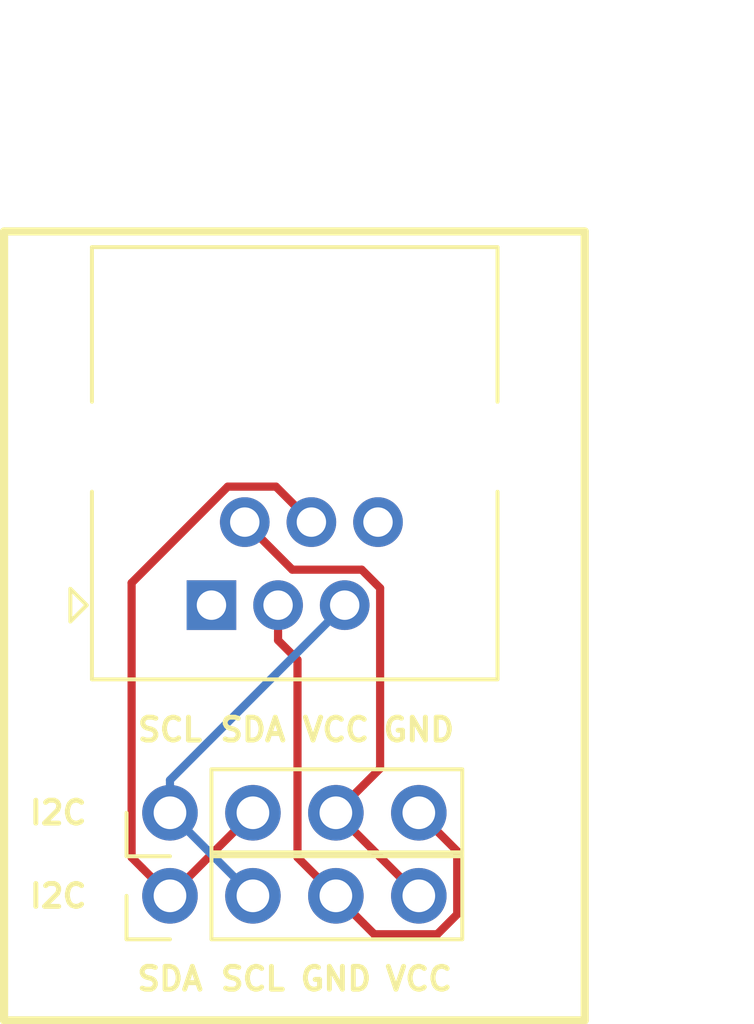
<source format=kicad_pcb>
(kicad_pcb (version 20171130) (host pcbnew 5.1.5+dfsg1-2build2)

  (general
    (thickness 1.6)
    (drawings 16)
    (tracks 27)
    (zones 0)
    (modules 3)
    (nets 5)
  )

  (page A4)
  (layers
    (0 F.Cu signal)
    (31 B.Cu signal)
    (32 B.Adhes user)
    (33 F.Adhes user)
    (34 B.Paste user)
    (35 F.Paste user)
    (36 B.SilkS user)
    (37 F.SilkS user)
    (38 B.Mask user)
    (39 F.Mask user)
    (40 Dwgs.User user)
    (41 Cmts.User user)
    (42 Eco1.User user)
    (43 Eco2.User user)
    (44 Edge.Cuts user)
    (45 Margin user)
    (46 B.CrtYd user)
    (47 F.CrtYd user)
    (48 B.Fab user)
    (49 F.Fab user hide)
  )

  (setup
    (last_trace_width 0.25)
    (trace_clearance 0.2)
    (zone_clearance 0.508)
    (zone_45_only no)
    (trace_min 0.2)
    (via_size 0.8)
    (via_drill 0.4)
    (via_min_size 0.4)
    (via_min_drill 0.3)
    (uvia_size 0.3)
    (uvia_drill 0.1)
    (uvias_allowed no)
    (uvia_min_size 0.2)
    (uvia_min_drill 0.1)
    (edge_width 0.05)
    (segment_width 0.2)
    (pcb_text_width 0.3)
    (pcb_text_size 1.5 1.5)
    (mod_edge_width 0.12)
    (mod_text_size 1 1)
    (mod_text_width 0.15)
    (pad_size 1.7 1.7)
    (pad_drill 1)
    (pad_to_mask_clearance 0.051)
    (solder_mask_min_width 0.25)
    (aux_axis_origin 0 0)
    (visible_elements FFFFFF7F)
    (pcbplotparams
      (layerselection 0x010fc_ffffffff)
      (usegerberextensions false)
      (usegerberattributes false)
      (usegerberadvancedattributes false)
      (creategerberjobfile false)
      (excludeedgelayer true)
      (linewidth 0.100000)
      (plotframeref false)
      (viasonmask false)
      (mode 1)
      (useauxorigin false)
      (hpglpennumber 1)
      (hpglpenspeed 20)
      (hpglpendiameter 15.000000)
      (psnegative false)
      (psa4output false)
      (plotreference true)
      (plotvalue true)
      (plotinvisibletext false)
      (padsonsilk false)
      (subtractmaskfromsilk false)
      (outputformat 1)
      (mirror false)
      (drillshape 0)
      (scaleselection 1)
      (outputdirectory ""))
  )

  (net 0 "")
  (net 1 /D0)
  (net 2 /A0)
  (net 3 "Net-(J1-Pad2)")
  (net 4 "Net-(J1-Pad3)")

  (net_class Default "Esta es la clase de red por defecto."
    (clearance 0.2)
    (trace_width 0.25)
    (via_dia 0.8)
    (via_drill 0.4)
    (uvia_dia 0.3)
    (uvia_drill 0.1)
    (add_net /A0)
    (add_net /D0)
    (add_net "Net-(J1-Pad2)")
    (add_net "Net-(J1-Pad3)")
  )

  (module Connector_RJ:RJ25_Wayconn_MJEA-660X1_Horizontal (layer F.Cu) (tedit 5DC188C6) (tstamp 5F581B7E)
    (at 115.57 95.25 180)
    (descr "RJ25 6P6C Socket 90 degrees, https://wayconn.com/wp-content/themes/way/datasheet/MJEA-660X1XXX_RJ25_6P6C_PCB_RA.pdf")
    (tags "RJ12 RJ18 RJ25 jack connector 6P6C")
    (path /5F610ACD)
    (fp_text reference J1 (at -6.985 -3.175) (layer F.SilkS) hide
      (effects (font (size 1 1) (thickness 0.15)))
    )
    (fp_text value RJ9 (at -2.55 12.315) (layer F.Fab)
      (effects (font (size 1 1) (thickness 0.15)))
    )
    (fp_line (start 4.32 -0.5) (end 4.32 0.5) (layer F.SilkS) (width 0.12))
    (fp_line (start 4.32 -0.5) (end 3.82 0) (layer F.SilkS) (width 0.12))
    (fp_line (start 3.82 0) (end 4.32 0.5) (layer F.SilkS) (width 0.12))
    (fp_line (start 3.05 0) (end 3.55 0.5) (layer F.Fab) (width 0.1))
    (fp_line (start 3.55 -0.5) (end 3.05 0) (layer F.Fab) (width 0.1))
    (fp_line (start 3.55 -2.16) (end 3.55 -0.5) (layer F.Fab) (width 0.1))
    (fp_line (start 3.55 0.5) (end 3.55 3.47) (layer F.Fab) (width 0.1))
    (fp_line (start -8.65 -2.16) (end 3.55 -2.16) (layer F.Fab) (width 0.1))
    (fp_line (start -8.65 6.22) (end -8.65 10.84) (layer F.Fab) (width 0.1))
    (fp_line (start 3.55 6.22) (end 3.55 10.84) (layer F.Fab) (width 0.1))
    (fp_line (start -8.65 10.84) (end 3.55 10.84) (layer F.Fab) (width 0.1))
    (fp_line (start -8.65 -2.16) (end -8.65 3.47) (layer F.Fab) (width 0.1))
    (fp_text user %R (at -2.55 4.445) (layer F.Fab)
      (effects (font (size 1 1) (thickness 0.15)))
    )
    (fp_line (start 5.1 11.34) (end -10.2 11.34) (layer F.CrtYd) (width 0.05))
    (fp_line (start 5.1 11.34) (end 5.1 -2.66) (layer F.CrtYd) (width 0.05))
    (fp_line (start -10.2 -2.66) (end -10.2 11.34) (layer F.CrtYd) (width 0.05))
    (fp_line (start -10.2 -2.66) (end 5.1 -2.66) (layer F.CrtYd) (width 0.05))
    (fp_line (start 3.66 6.22) (end 3.66 10.95) (layer F.SilkS) (width 0.12))
    (fp_line (start -8.76 6.22) (end -8.76 10.95) (layer F.SilkS) (width 0.12))
    (fp_line (start -8.76 -2.27) (end 3.66 -2.27) (layer F.SilkS) (width 0.12))
    (fp_line (start -8.76 10.95) (end 3.66 10.95) (layer F.SilkS) (width 0.12))
    (fp_line (start 3.66 -2.27) (end 3.66 3.47) (layer F.SilkS) (width 0.12))
    (fp_line (start -8.76 -2.27) (end -8.76 3.47) (layer F.SilkS) (width 0.12))
    (pad "" np_thru_hole circle (at -8.55 4.84 180) (size 2.3 2.3) (drill 2.3) (layers *.Cu *.Mask))
    (pad "" np_thru_hole circle (at 3.45 4.84 180) (size 2.3 2.3) (drill 2.3) (layers *.Cu *.Mask))
    (pad 6 thru_hole circle (at -5.1 2.54 180) (size 1.52 1.52) (drill 0.9) (layers *.Cu *.Mask))
    (pad 5 thru_hole circle (at -4.08 0 180) (size 1.52 1.52) (drill 0.9) (layers *.Cu *.Mask)
      (net 2 /A0))
    (pad 4 thru_hole circle (at -3.06 2.54 180) (size 1.52 1.52) (drill 0.9) (layers *.Cu *.Mask)
      (net 1 /D0))
    (pad 3 thru_hole circle (at -2.04 0 180) (size 1.52 1.52) (drill 0.9) (layers *.Cu *.Mask)
      (net 4 "Net-(J1-Pad3)"))
    (pad 2 thru_hole circle (at -1.02 2.54 180) (size 1.52 1.52) (drill 0.9) (layers *.Cu *.Mask)
      (net 3 "Net-(J1-Pad2)"))
    (pad 1 thru_hole rect (at 0 0 180) (size 1.52 1.52) (drill 0.9) (layers *.Cu *.Mask))
    (model ${KISYS3DMOD}/Connector_RJ.3dshapes/RJ25_Wayconn_MJEA-660X1_Horizontal.wrl
      (at (xyz 0 0 0))
      (scale (xyz 1 1 1))
      (rotate (xyz 0 0 0))
    )
  )

  (module Connector_PinHeader_2.54mm:PinHeader_1x04_P2.54mm_Vertical (layer F.Cu) (tedit 5F57CE43) (tstamp 5F58273A)
    (at 114.3 104.14 90)
    (descr "Through hole straight pin header, 1x04, 2.54mm pitch, single row")
    (tags "Through hole pin header THT 1x04 2.54mm single row")
    (path /5F611EE7)
    (fp_text reference J2 (at 0 -2.33 90) (layer F.SilkS) hide
      (effects (font (size 1 1) (thickness 0.15)))
    )
    (fp_text value Conn_01x04 (at 0 9.95 90) (layer F.Fab)
      (effects (font (size 1 1) (thickness 0.15)))
    )
    (fp_text user %R (at 0 3.81) (layer F.Fab)
      (effects (font (size 1 1) (thickness 0.15)))
    )
    (fp_line (start 1.8 -1.8) (end -1.8 -1.8) (layer F.CrtYd) (width 0.05))
    (fp_line (start 1.8 9.4) (end 1.8 -1.8) (layer F.CrtYd) (width 0.05))
    (fp_line (start -1.8 9.4) (end 1.8 9.4) (layer F.CrtYd) (width 0.05))
    (fp_line (start -1.8 -1.8) (end -1.8 9.4) (layer F.CrtYd) (width 0.05))
    (fp_line (start -1.33 -1.33) (end 0 -1.33) (layer F.SilkS) (width 0.12))
    (fp_line (start -1.33 0) (end -1.33 -1.33) (layer F.SilkS) (width 0.12))
    (fp_line (start -1.33 1.27) (end 1.33 1.27) (layer F.SilkS) (width 0.12))
    (fp_line (start 1.33 1.27) (end 1.33 8.95) (layer F.SilkS) (width 0.12))
    (fp_line (start -1.33 1.27) (end -1.33 8.95) (layer F.SilkS) (width 0.12))
    (fp_line (start -1.33 8.95) (end 1.33 8.95) (layer F.SilkS) (width 0.12))
    (fp_line (start -1.27 -0.635) (end -0.635 -1.27) (layer F.Fab) (width 0.1))
    (fp_line (start -1.27 8.89) (end -1.27 -0.635) (layer F.Fab) (width 0.1))
    (fp_line (start 1.27 8.89) (end -1.27 8.89) (layer F.Fab) (width 0.1))
    (fp_line (start 1.27 -1.27) (end 1.27 8.89) (layer F.Fab) (width 0.1))
    (fp_line (start -0.635 -1.27) (end 1.27 -1.27) (layer F.Fab) (width 0.1))
    (pad 4 thru_hole oval (at 0 7.62 90) (size 1.7 1.7) (drill 1) (layers *.Cu *.Mask)
      (net 3 "Net-(J1-Pad2)"))
    (pad 3 thru_hole oval (at 0 5.08 90) (size 1.7 1.7) (drill 1) (layers *.Cu *.Mask)
      (net 4 "Net-(J1-Pad3)"))
    (pad 2 thru_hole oval (at 0 2.54 90) (size 1.7 1.7) (drill 1) (layers *.Cu *.Mask)
      (net 2 /A0))
    (pad 1 thru_hole circle (at 0 0 90) (size 1.7 1.7) (drill 1) (layers *.Cu *.Mask)
      (net 1 /D0))
    (model ${KISYS3DMOD}/Connector_PinHeader_2.54mm.3dshapes/PinHeader_1x04_P2.54mm_Vertical.wrl
      (at (xyz 0 0 0))
      (scale (xyz 1 1 1))
      (rotate (xyz 0 0 0))
    )
  )

  (module Connector_PinHeader_2.54mm:PinHeader_1x04_P2.54mm_Vertical (layer F.Cu) (tedit 5F57CE36) (tstamp 5F582A1F)
    (at 114.3 101.6 90)
    (descr "Through hole straight pin header, 1x04, 2.54mm pitch, single row")
    (tags "Through hole pin header THT 1x04 2.54mm single row")
    (path /5F618156)
    (fp_text reference J3 (at 0 -2.33 90) (layer F.SilkS) hide
      (effects (font (size 1 1) (thickness 0.15)))
    )
    (fp_text value Conn_01x04 (at 0 9.95 90) (layer F.Fab)
      (effects (font (size 1 1) (thickness 0.15)))
    )
    (fp_text user %R (at 0 3.81) (layer F.Fab)
      (effects (font (size 1 1) (thickness 0.15)))
    )
    (fp_line (start 1.8 -1.8) (end -1.8 -1.8) (layer F.CrtYd) (width 0.05))
    (fp_line (start 1.8 9.4) (end 1.8 -1.8) (layer F.CrtYd) (width 0.05))
    (fp_line (start -1.8 9.4) (end 1.8 9.4) (layer F.CrtYd) (width 0.05))
    (fp_line (start -1.8 -1.8) (end -1.8 9.4) (layer F.CrtYd) (width 0.05))
    (fp_line (start -1.33 -1.33) (end 0 -1.33) (layer F.SilkS) (width 0.12))
    (fp_line (start -1.33 0) (end -1.33 -1.33) (layer F.SilkS) (width 0.12))
    (fp_line (start -1.33 1.27) (end 1.33 1.27) (layer F.SilkS) (width 0.12))
    (fp_line (start 1.33 1.27) (end 1.33 8.95) (layer F.SilkS) (width 0.12))
    (fp_line (start -1.33 1.27) (end -1.33 8.95) (layer F.SilkS) (width 0.12))
    (fp_line (start -1.33 8.95) (end 1.33 8.95) (layer F.SilkS) (width 0.12))
    (fp_line (start -1.27 -0.635) (end -0.635 -1.27) (layer F.Fab) (width 0.1))
    (fp_line (start -1.27 8.89) (end -1.27 -0.635) (layer F.Fab) (width 0.1))
    (fp_line (start 1.27 8.89) (end -1.27 8.89) (layer F.Fab) (width 0.1))
    (fp_line (start 1.27 -1.27) (end 1.27 8.89) (layer F.Fab) (width 0.1))
    (fp_line (start -0.635 -1.27) (end 1.27 -1.27) (layer F.Fab) (width 0.1))
    (pad 4 thru_hole oval (at 0 7.62 90) (size 1.7 1.7) (drill 1) (layers *.Cu *.Mask)
      (net 4 "Net-(J1-Pad3)"))
    (pad 3 thru_hole oval (at 0 5.08 90) (size 1.7 1.7) (drill 1) (layers *.Cu *.Mask)
      (net 3 "Net-(J1-Pad2)"))
    (pad 2 thru_hole oval (at 0 2.54 90) (size 1.7 1.7) (drill 1) (layers *.Cu *.Mask)
      (net 1 /D0))
    (pad 1 thru_hole circle (at 0 0 90) (size 1.7 1.7) (drill 1) (layers *.Cu *.Mask)
      (net 2 /A0))
    (model ${KISYS3DMOD}/Connector_PinHeader_2.54mm.3dshapes/PinHeader_1x04_P2.54mm_Vertical.wrl
      (at (xyz 0 0 0))
      (scale (xyz 1 1 1))
      (rotate (xyz 0 0 0))
    )
  )

  (gr_text SCL (at 114.3 99.06) (layer F.SilkS) (tstamp 5F583E90)
    (effects (font (size 0.7 0.7) (thickness 0.15)))
  )
  (gr_text SDA (at 116.84 99.06) (layer F.SilkS) (tstamp 5F583E8C)
    (effects (font (size 0.7 0.7) (thickness 0.15)))
  )
  (gr_text I2C (at 110.875808 101.6) (layer F.SilkS) (tstamp 5F583532)
    (effects (font (size 0.7 0.7) (thickness 0.15)))
  )
  (gr_text I2C (at 110.875808 104.14633) (layer F.SilkS) (tstamp 5F58352B)
    (effects (font (size 0.7 0.7) (thickness 0.15)))
  )
  (dimension 17.78 (width 0.15) (layer Dwgs.User)
    (gr_text "17,780 mm" (at 118.11 77.44) (layer Dwgs.User)
      (effects (font (size 1 1) (thickness 0.15)))
    )
    (feature1 (pts (xy 127 81.28) (xy 127 78.153579)))
    (feature2 (pts (xy 109.22 81.28) (xy 109.22 78.153579)))
    (crossbar (pts (xy 109.22 78.74) (xy 127 78.74)))
    (arrow1a (pts (xy 127 78.74) (xy 125.873496 79.326421)))
    (arrow1b (pts (xy 127 78.74) (xy 125.873496 78.153579)))
    (arrow2a (pts (xy 109.22 78.74) (xy 110.346504 79.326421)))
    (arrow2b (pts (xy 109.22 78.74) (xy 110.346504 78.153579)))
  )
  (dimension 24.13 (width 0.15) (layer Dwgs.User)
    (gr_text "24,130 mm" (at 128.24 95.885 270) (layer Dwgs.User)
      (effects (font (size 1 1) (thickness 0.15)))
    )
    (feature1 (pts (xy 129.54 107.95) (xy 128.953579 107.95)))
    (feature2 (pts (xy 129.54 83.82) (xy 128.953579 83.82)))
    (crossbar (pts (xy 129.54 83.82) (xy 129.54 107.95)))
    (arrow1a (pts (xy 129.54 107.95) (xy 128.953579 106.823496)))
    (arrow1b (pts (xy 129.54 107.95) (xy 130.126421 106.823496)))
    (arrow2a (pts (xy 129.54 83.82) (xy 128.953579 84.946504)))
    (arrow2b (pts (xy 129.54 83.82) (xy 130.126421 84.946504)))
  )
  (gr_text GND (at 121.92 99.06) (layer F.SilkS) (tstamp 5F582892)
    (effects (font (size 0.7 0.7) (thickness 0.15)))
  )
  (gr_text VCC (at 119.38 99.06) (layer F.SilkS) (tstamp 5F582890)
    (effects (font (size 0.7 0.7) (thickness 0.15)))
  )
  (gr_text VCC (at 121.92 106.68) (layer F.SilkS) (tstamp 5F582888)
    (effects (font (size 0.7 0.7) (thickness 0.15)))
  )
  (gr_text GND (at 119.38 106.68) (layer F.SilkS) (tstamp 5F582886)
    (effects (font (size 0.7 0.7) (thickness 0.15)))
  )
  (gr_text SDA (at 114.3 106.68) (layer F.SilkS) (tstamp 5F582884)
    (effects (font (size 0.7 0.7) (thickness 0.15)))
  )
  (gr_text SCL (at 116.84 106.68) (layer F.SilkS) (tstamp 5F58286C)
    (effects (font (size 0.7 0.7) (thickness 0.15)))
  )
  (gr_line (start 127 83.82) (end 109.22 83.82) (layer F.SilkS) (width 0.25) (tstamp 5F5824A1))
  (gr_line (start 127 107.95) (end 127 83.82) (layer F.SilkS) (width 0.25))
  (gr_line (start 109.22 107.95) (end 127 107.95) (layer F.SilkS) (width 0.25))
  (gr_line (start 109.22 83.82) (end 109.22 107.95) (layer F.SilkS) (width 0.25))

  (segment (start 113.450001 103.290001) (end 114.3 104.14) (width 0.25) (layer F.Cu) (net 1))
  (segment (start 113.124999 102.964999) (end 113.450001 103.290001) (width 0.25) (layer F.Cu) (net 1))
  (segment (start 113.124999 94.569199) (end 113.124999 102.964999) (width 0.25) (layer F.Cu) (net 1))
  (segment (start 116.069199 91.624999) (end 113.124999 94.569199) (width 0.25) (layer F.Cu) (net 1))
  (segment (start 117.544999 91.624999) (end 116.069199 91.624999) (width 0.25) (layer F.Cu) (net 1))
  (segment (start 118.63 92.71) (end 117.544999 91.624999) (width 0.25) (layer F.Cu) (net 1))
  (segment (start 114.3 104.14) (end 116.84 101.6) (width 0.25) (layer F.Cu) (net 1))
  (segment (start 114.3 100.6) (end 114.3 101.6) (width 0.25) (layer B.Cu) (net 2))
  (segment (start 119.65 95.25) (end 114.3 100.6) (width 0.25) (layer B.Cu) (net 2))
  (segment (start 114.3 101.6) (end 116.84 104.14) (width 0.25) (layer B.Cu) (net 2))
  (segment (start 120.229999 100.750001) (end 119.38 101.6) (width 0.25) (layer F.Cu) (net 3))
  (segment (start 120.735001 100.244999) (end 120.229999 100.750001) (width 0.25) (layer F.Cu) (net 3))
  (segment (start 120.735001 94.729199) (end 120.735001 100.244999) (width 0.25) (layer F.Cu) (net 3))
  (segment (start 120.170801 94.164999) (end 120.735001 94.729199) (width 0.25) (layer F.Cu) (net 3))
  (segment (start 118.044999 94.164999) (end 120.170801 94.164999) (width 0.25) (layer F.Cu) (net 3))
  (segment (start 116.59 92.71) (end 118.044999 94.164999) (width 0.25) (layer F.Cu) (net 3))
  (segment (start 119.38 101.6) (end 121.92 104.14) (width 0.25) (layer F.Cu) (net 3))
  (segment (start 120.229999 104.989999) (end 119.38 104.14) (width 0.25) (layer F.Cu) (net 4))
  (segment (start 120.555001 105.315001) (end 120.229999 104.989999) (width 0.25) (layer F.Cu) (net 4))
  (segment (start 122.484001 105.315001) (end 120.555001 105.315001) (width 0.25) (layer F.Cu) (net 4))
  (segment (start 123.095001 104.704001) (end 122.484001 105.315001) (width 0.25) (layer F.Cu) (net 4))
  (segment (start 123.095001 102.775001) (end 123.095001 104.704001) (width 0.25) (layer F.Cu) (net 4))
  (segment (start 121.92 101.6) (end 123.095001 102.775001) (width 0.25) (layer F.Cu) (net 4))
  (segment (start 117.61 96.324802) (end 117.61 95.25) (width 0.25) (layer F.Cu) (net 4))
  (segment (start 118.204999 96.919801) (end 117.61 96.324802) (width 0.25) (layer F.Cu) (net 4))
  (segment (start 118.204999 102.964999) (end 118.204999 96.919801) (width 0.25) (layer F.Cu) (net 4))
  (segment (start 119.38 104.14) (end 118.204999 102.964999) (width 0.25) (layer F.Cu) (net 4))

)

</source>
